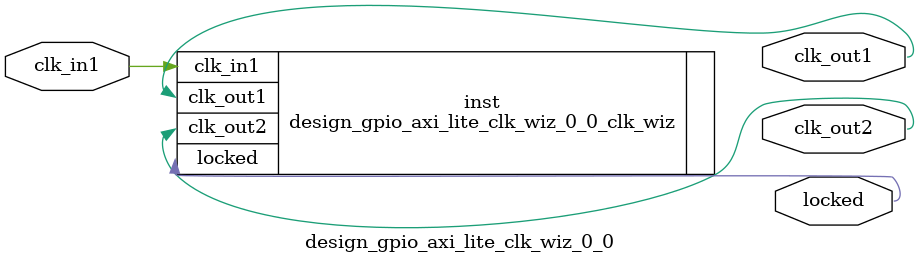
<source format=v>


`timescale 1ps/1ps

(* CORE_GENERATION_INFO = "design_gpio_axi_lite_clk_wiz_0_0,clk_wiz_v6_0_9_0_0,{component_name=design_gpio_axi_lite_clk_wiz_0_0,use_phase_alignment=true,use_min_o_jitter=false,use_max_i_jitter=false,use_dyn_phase_shift=false,use_inclk_switchover=false,use_dyn_reconfig=false,enable_axi=0,feedback_source=FDBK_AUTO,PRIMITIVE=MMCM,num_out_clk=2,clkin1_period=10.000,clkin2_period=10.000,use_power_down=false,use_reset=false,use_locked=true,use_inclk_stopped=false,feedback_type=SINGLE,CLOCK_MGR_TYPE=NA,manual_override=false}" *)

module design_gpio_axi_lite_clk_wiz_0_0 
 (
  // Clock out ports
  output        clk_out1,
  output        clk_out2,
  // Status and control signals
  output        locked,
 // Clock in ports
  input         clk_in1
 );

  design_gpio_axi_lite_clk_wiz_0_0_clk_wiz inst
  (
  // Clock out ports  
  .clk_out1(clk_out1),
  .clk_out2(clk_out2),
  // Status and control signals               
  .locked(locked),
 // Clock in ports
  .clk_in1(clk_in1)
  );

endmodule

</source>
